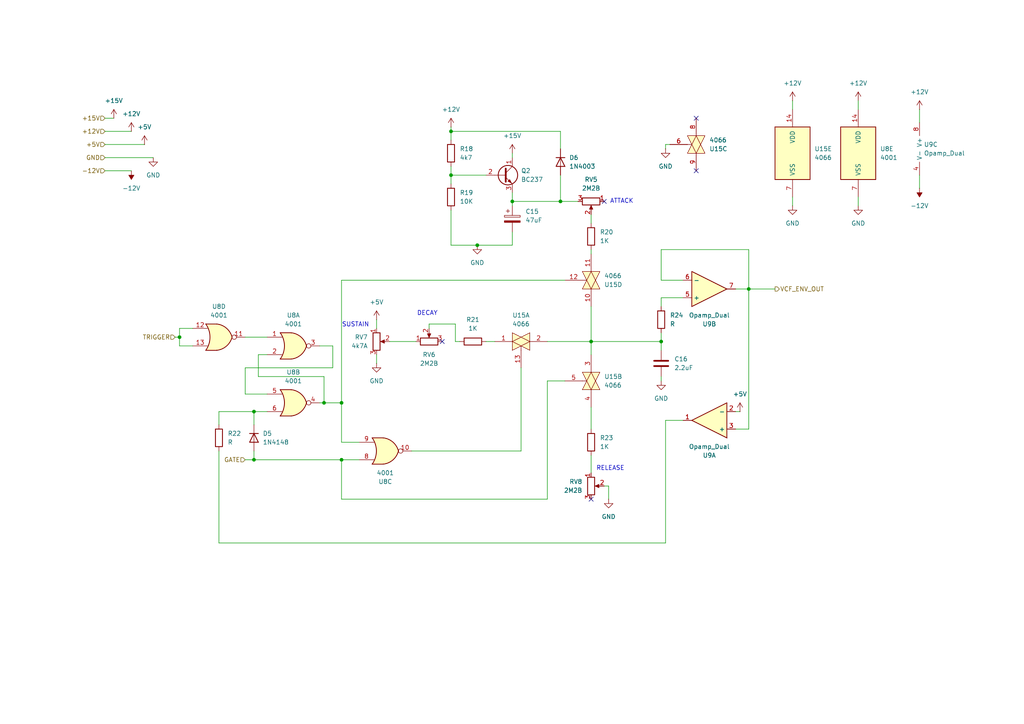
<source format=kicad_sch>
(kicad_sch (version 20250114) (generator "eeschema") (generator_version "9.0")
  (paper "A4")
  (lib_symbols
    (symbol "4xxx:4001" (pin_names (offset 1.016))
      (property "Reference" "U" (at 0 1.27 0))
      (property "Value" "4001" (at 0 -1.27 0))
      (symbol "4001_1_1"
        (arc (start -3.81 3.81) (mid -2.589 0) (end -3.81 -3.81) (stroke (width 0.254)))
        (polyline (pts (xy -3.81 3.81) (xy -0.635 3.81)) (stroke (width 0.254)) (fill (type background)))
        (polyline (pts (xy -3.81 -3.81) (xy -0.635 -3.81)) (stroke (width 0.254)) (fill (type background)))
        (arc (start 3.81 0) (mid 2.1855 -2.584) (end -0.6096 -3.81) (stroke (width 0.254)) (fill (type background)))
        (arc (start -0.6096 3.81) (mid 2.1928 2.5924) (end 3.81 0) (stroke (width 0.254)) (fill (type background)))
        (polyline (pts (xy -0.635 3.81) (xy -3.81 3.81) (xy -3.81 3.81) (xy -3.556 3.4036) (xy -3.0226 2.2606) (xy -2.6924 1.0414) (xy -2.6162 -0.254) (xy -2.7686 -1.4986) (xy -3.175 -2.7178) (xy -3.81 -3.81) (xy -3.81 -3.81) (xy -0.635 -3.81)) (stroke (width -25.4)) (fill (type background)))
        (pin input line (at -7.62 2.54 0) (length 4.318) (name "~") (number "1"))
        (pin input line (at -7.62 -2.54 0) (length 4.318) (name "~") (number "2"))
        (pin output inverted (at 7.62 0 180) (length 3.81) (name "~") (number "3"))
      )
      (symbol "4001_1_2"
        (arc (start 0 3.81) (mid 3.7934 0) (end 0 -3.81) (stroke (width 0.254)) (fill (type background)))
        (polyline (pts (xy 0 3.81) (xy -3.81 3.81) (xy -3.81 -3.81) (xy 0 -3.81)) (stroke (width 0.254)) (fill (type background)))
        (pin input inverted (at -7.62 2.54 0) (length 3.81) (name "~") (number "1"))
        (pin input inverted (at -7.62 -2.54 0) (length 3.81) (name "~") (number "2"))
        (pin output line (at 7.62 0 180) (length 3.81) (name "~") (number "3"))
      )
      (symbol "4001_2_1"
        (arc (start -3.81 3.81) (mid -2.589 0) (end -3.81 -3.81) (stroke (width 0.254)))
        (polyline (pts (xy -3.81 3.81) (xy -0.635 3.81)) (stroke (width 0.254)) (fill (type background)))
        (polyline (pts (xy -3.81 -3.81) (xy -0.635 -3.81)) (stroke (width 0.254)) (fill (type background)))
        (arc (start 3.81 0) (mid 2.1855 -2.584) (end -0.6096 -3.81) (stroke (width 0.254)) (fill (type background)))
        (arc (start -0.6096 3.81) (mid 2.1928 2.5924) (end 3.81 0) (stroke (width 0.254)) (fill (type background)))
        (polyline (pts (xy -0.635 3.81) (xy -3.81 3.81) (xy -3.81 3.81) (xy -3.556 3.4036) (xy -3.0226 2.2606) (xy -2.6924 1.0414) (xy -2.6162 -0.254) (xy -2.7686 -1.4986) (xy -3.175 -2.7178) (xy -3.81 -3.81) (xy -3.81 -3.81) (xy -0.635 -3.81)) (stroke (width -25.4)) (fill (type background)))
        (pin input line (at -7.62 2.54 0) (length 4.318) (name "~") (number "5"))
        (pin input line (at -7.62 -2.54 0) (length 4.318) (name "~") (number "6"))
        (pin output inverted (at 7.62 0 180) (length 3.81) (name "~") (number "4"))
      )
      (symbol "4001_2_2"
        (arc (start 0 3.81) (mid 3.7934 0) (end 0 -3.81) (stroke (width 0.254)) (fill (type background)))
        (polyline (pts (xy 0 3.81) (xy -3.81 3.81) (xy -3.81 -3.81) (xy 0 -3.81)) (stroke (width 0.254)) (fill (type background)))
        (pin input inverted (at -7.62 2.54 0) (length 3.81) (name "~") (number "5"))
        (pin input inverted (at -7.62 -2.54 0) (length 3.81) (name "~") (number "6"))
        (pin output line (at 7.62 0 180) (length 3.81) (name "~") (number "4"))
      )
      (symbol "4001_3_1"
        (arc (start -3.81 3.81) (mid -2.589 0) (end -3.81 -3.81) (stroke (width 0.254)))
        (polyline (pts (xy -3.81 3.81) (xy -0.635 3.81)) (stroke (width 0.254)) (fill (type background)))
        (polyline (pts (xy -3.81 -3.81) (xy -0.635 -3.81)) (stroke (width 0.254)) (fill (type background)))
        (arc (start 3.81 0) (mid 2.1855 -2.584) (end -0.6096 -3.81) (stroke (width 0.254)) (fill (type background)))
        (arc (start -0.6096 3.81) (mid 2.1928 2.5924) (end 3.81 0) (stroke (width 0.254)) (fill (type background)))
        (polyline (pts (xy -0.635 3.81) (xy -3.81 3.81) (xy -3.81 3.81) (xy -3.556 3.4036) (xy -3.0226 2.2606) (xy -2.6924 1.0414) (xy -2.6162 -0.254) (xy -2.7686 -1.4986) (xy -3.175 -2.7178) (xy -3.81 -3.81) (xy -3.81 -3.81) (xy -0.635 -3.81)) (stroke (width -25.4)) (fill (type background)))
        (pin input line (at -7.62 2.54 0) (length 4.318) (name "~") (number "8"))
        (pin input line (at -7.62 -2.54 0) (length 4.318) (name "~") (number "9"))
        (pin output inverted (at 7.62 0 180) (length 3.81) (name "~") (number "10"))
      )
      (symbol "4001_3_2"
        (arc (start 0 3.81) (mid 3.7934 0) (end 0 -3.81) (stroke (width 0.254)) (fill (type background)))
        (polyline (pts (xy 0 3.81) (xy -3.81 3.81) (xy -3.81 -3.81) (xy 0 -3.81)) (stroke (width 0.254)) (fill (type background)))
        (pin input inverted (at -7.62 2.54 0) (length 3.81) (name "~") (number "8"))
        (pin input inverted (at -7.62 -2.54 0) (length 3.81) (name "~") (number "9"))
        (pin output line (at 7.62 0 180) (length 3.81) (name "~") (number "10"))
      )
      (symbol "4001_4_1"
        (arc (start -3.81 3.81) (mid -2.589 0) (end -3.81 -3.81) (stroke (width 0.254)))
        (polyline (pts (xy -3.81 3.81) (xy -0.635 3.81)) (stroke (width 0.254)) (fill (type background)))
        (polyline (pts (xy -3.81 -3.81) (xy -0.635 -3.81)) (stroke (width 0.254)) (fill (type background)))
        (arc (start 3.81 0) (mid 2.1855 -2.584) (end -0.6096 -3.81) (stroke (width 0.254)) (fill (type background)))
        (arc (start -0.6096 3.81) (mid 2.1928 2.5924) (end 3.81 0) (stroke (width 0.254)) (fill (type background)))
        (polyline (pts (xy -0.635 3.81) (xy -3.81 3.81) (xy -3.81 3.81) (xy -3.556 3.4036) (xy -3.0226 2.2606) (xy -2.6924 1.0414) (xy -2.6162 -0.254) (xy -2.7686 -1.4986) (xy -3.175 -2.7178) (xy -3.81 -3.81) (xy -3.81 -3.81) (xy -0.635 -3.81)) (stroke (width -25.4)) (fill (type background)))
        (pin input line (at -7.62 2.54 0) (length 4.318) (name "~") (number "12"))
        (pin input line (at -7.62 -2.54 0) (length 4.318) (name "~") (number "13"))
        (pin output inverted (at 7.62 0 180) (length 3.81) (name "~") (number "11"))
      )
      (symbol "4001_4_2"
        (arc (start 0 3.81) (mid 3.7934 0) (end 0 -3.81) (stroke (width 0.254)) (fill (type background)))
        (polyline (pts (xy 0 3.81) (xy -3.81 3.81) (xy -3.81 -3.81) (xy 0 -3.81)) (stroke (width 0.254)) (fill (type background)))
        (pin input inverted (at -7.62 2.54 0) (length 3.81) (name "~") (number "12"))
        (pin input inverted (at -7.62 -2.54 0) (length 3.81) (name "~") (number "13"))
        (pin output line (at 7.62 0 180) (length 3.81) (name "~") (number "11"))
      )
      (symbol "4001_5_0"
        (pin power_in line (at 0 12.7 270) (length 5.08) (name "VDD") (number "14"))
        (pin power_in line (at 0 -12.7 90) (length 5.08) (name "VSS") (number "7"))
      )
      (symbol "4001_5_1"
        (rectangle (start -5.08 7.62) (end 5.08 -7.62) (stroke (width 0.254)) (fill (type background)))
      )
    )
    (symbol "4xxx:4066" (pin_names (offset 1.016))
      (property "Reference" "U" (at -7.62 8.89 0))
      (property "Value" "4066" (at -7.62 -8.89 0))
      (symbol "4066_1_0"
        (polyline (pts (xy -2.54 2.54) (xy 2.54 0) (xy -2.54 -2.54) (xy -2.54 2.54)) (fill (type background)))
        (polyline (pts (xy -2.54 0) (xy 2.54 2.54) (xy 2.54 -2.54) (xy -2.54 0)) (fill (type background)))
        (polyline (pts (xy 0 1.27) (xy 0 2.54)) (stroke (width 0.1524)))
        (pin passive line (at -7.62 0 0) (length 5.08) (name "~") (number "1"))
        (pin input line (at 0 7.62 270) (length 5.08) (name "~") (number "13"))
        (pin passive line (at 7.62 0 180) (length 5.08) (name "~") (number "2"))
      )
      (symbol "4066_2_0"
        (polyline (pts (xy -2.54 2.54) (xy 2.54 0) (xy -2.54 -2.54) (xy -2.54 2.54)) (fill (type background)))
        (polyline (pts (xy -2.54 0) (xy 2.54 2.54) (xy 2.54 -2.54) (xy -2.54 0)) (fill (type background)))
        (polyline (pts (xy 0 1.27) (xy 0 2.54)) (stroke (width 0.1524)))
        (pin passive line (at -7.62 0 0) (length 5.08) (name "~") (number "4"))
        (pin input line (at 0 7.62 270) (length 5.08) (name "~") (number "5"))
        (pin passive line (at 7.62 0 180) (length 5.08) (name "~") (number "3"))
      )
      (symbol "4066_3_0"
        (polyline (pts (xy -2.54 2.54) (xy 2.54 0) (xy -2.54 -2.54) (xy -2.54 2.54)) (fill (type background)))
        (polyline (pts (xy -2.54 0) (xy 2.54 2.54) (xy 2.54 -2.54) (xy -2.54 0)) (fill (type background)))
        (polyline (pts (xy 0 1.27) (xy 0 2.54)) (stroke (width 0.1524)))
        (pin passive line (at -7.62 0 0) (length 5.08) (name "~") (number "8"))
        (pin input line (at 0 7.62 270) (length 5.08) (name "~") (number "6"))
        (pin passive line (at 7.62 0 180) (length 5.08) (name "~") (number "9"))
      )
      (symbol "4066_4_0"
        (polyline (pts (xy -2.54 2.54) (xy 2.54 0) (xy -2.54 -2.54) (xy -2.54 2.54)) (fill (type background)))
        (polyline (pts (xy -2.54 0) (xy 2.54 2.54) (xy 2.54 -2.54) (xy -2.54 0)) (fill (type background)))
        (polyline (pts (xy 0 1.27) (xy 0 2.54)) (stroke (width 0.1524)))
        (pin passive line (at -7.62 0 0) (length 5.08) (name "~") (number "11"))
        (pin input line (at 0 7.62 270) (length 5.08) (name "~") (number "12"))
        (pin passive line (at 7.62 0 180) (length 5.08) (name "~") (number "10"))
      )
      (symbol "4066_5_0"
        (pin power_in line (at 0 12.7 270) (length 5.08) (name "VDD") (number "14"))
        (pin power_in line (at 0 -12.7 90) (length 5.08) (name "VSS") (number "7"))
      )
      (symbol "4066_5_1"
        (rectangle (start -5.08 7.62) (end 5.08 -7.62) (stroke (width 0.254)) (fill (type background)))
      )
    )
    (symbol "Device:C" (pin_numbers (hide yes)) (pin_names (offset 0.254))
      (property "Reference" "C" (at 0.635 2.54 0))
      (property "Value" "C" (at 0.635 -2.54 0))
      (symbol "C_0_1"
        (polyline (pts (xy -2.032 0.762) (xy 2.032 0.762)) (stroke (width 0.508)))
        (polyline (pts (xy -2.032 -0.762) (xy 2.032 -0.762)) (stroke (width 0.508)))
      )
      (symbol "C_1_1"
        (pin passive line (at 0 3.81 270) (length 2.794) (name "~") (number "1"))
        (pin passive line (at 0 -3.81 90) (length 2.794) (name "~") (number "2"))
      )
    )
    (symbol "Device:C_Polarized" (pin_numbers (hide yes)) (pin_names (offset 0.254))
      (property "Reference" "C" (at 0.635 2.54 0))
      (property "Value" "C_Polarized" (at 0.635 -2.54 0))
      (symbol "C_Polarized_0_1"
        (rectangle (start -2.286 0.508) (end 2.286 1.016))
        (polyline (pts (xy -1.778 2.286) (xy -0.762 2.286)))
        (polyline (pts (xy -1.27 2.794) (xy -1.27 1.778)))
        (rectangle (start 2.286 -0.508) (end -2.286 -1.016) (fill (type outline)))
      )
      (symbol "C_Polarized_1_1"
        (pin passive line (at 0 3.81 270) (length 2.794) (name "~") (number "1"))
        (pin passive line (at 0 -3.81 90) (length 2.794) (name "~") (number "2"))
      )
    )
    (symbol "Device:Opamp_Dual"
      (property "Reference" "U" (at 0 5.08 0))
      (property "Value" "Opamp_Dual" (at 0 -5.08 0))
      (symbol "Opamp_Dual_1_1"
        (polyline (pts (xy -5.08 5.08) (xy 5.08 0) (xy -5.08 -5.08) (xy -5.08 5.08)) (stroke (width 0.254)) (fill (type background)))
        (pin input line (at -7.62 2.54 0) (length 2.54) (name "+") (number "3"))
        (pin input line (at -7.62 -2.54 0) (length 2.54) (name "-") (number "2"))
        (pin output line (at 7.62 0 180) (length 2.54) (name "~") (number "1"))
      )
      (symbol "Opamp_Dual_2_1"
        (polyline (pts (xy -5.08 5.08) (xy 5.08 0) (xy -5.08 -5.08) (xy -5.08 5.08)) (stroke (width 0.254)) (fill (type background)))
        (pin input line (at -7.62 2.54 0) (length 2.54) (name "+") (number "5"))
        (pin input line (at -7.62 -2.54 0) (length 2.54) (name "-") (number "6"))
        (pin output line (at 7.62 0 180) (length 2.54) (name "~") (number "7"))
      )
      (symbol "Opamp_Dual_3_1"
        (pin power_in line (at -2.54 7.62 270) (length 3.81) (name "V+") (number "8"))
        (pin power_in line (at -2.54 -7.62 90) (length 3.81) (name "V-") (number "4"))
      )
    )
    (symbol "Device:R" (pin_numbers (hide yes)) (pin_names (offset 0))
      (property "Reference" "R" (at 2.032 0 90))
      (property "Value" "R" (at 0 0 90))
      (symbol "R_0_1"
        (rectangle (start -1.016 -2.54) (end 1.016 2.54) (stroke (width 0.254)))
      )
      (symbol "R_1_1"
        (pin passive line (at 0 3.81 270) (length 1.27) (name "~") (number "1"))
        (pin passive line (at 0 -3.81 90) (length 1.27) (name "~") (number "2"))
      )
    )
    (symbol "Device:R_Potentiometer" (pin_names (offset 1.016) (hide yes))
      (property "Reference" "RV" (at -4.445 0 90))
      (property "Value" "R_Potentiometer" (at -2.54 0 90))
      (symbol "R_Potentiometer_0_1"
        (rectangle (start 1.016 2.54) (end -1.016 -2.54) (stroke (width 0.254)))
        (polyline (pts (xy 1.143 0) (xy 2.286 0.508) (xy 2.286 -0.508) (xy 1.143 0)) (fill (type outline)))
        (polyline (pts (xy 2.54 0) (xy 1.524 0)))
      )
      (symbol "R_Potentiometer_1_1"
        (pin passive line (at 0 3.81 270) (length 1.27) (name "1") (number "1"))
        (pin passive line (at 0 -3.81 90) (length 1.27) (name "3") (number "3"))
        (pin passive line (at 3.81 0 180) (length 1.27) (name "2") (number "2"))
      )
    )
    (symbol "Diode:1N4003" (pin_numbers (hide yes)) (pin_names (hide yes))
      (property "Reference" "D" (at 0 2.54 0))
      (property "Value" "1N4003" (at 0 -2.54 0))
      (symbol "1N4003_0_1"
        (polyline (pts (xy -1.27 1.27) (xy -1.27 -1.27)) (stroke (width 0.254)))
        (polyline (pts (xy 1.27 1.27) (xy 1.27 -1.27) (xy -1.27 0) (xy 1.27 1.27)) (stroke (width 0.254)))
        (polyline (pts (xy 1.27 0) (xy -1.27 0)))
      )
      (symbol "1N4003_1_1"
        (pin passive line (at -3.81 0 0) (length 2.54) (name "K") (number "1"))
        (pin passive line (at 3.81 0 180) (length 2.54) (name "A") (number "2"))
      )
    )
    (symbol "Diode:1N4148" (pin_numbers (hide yes)) (pin_names (hide yes))
      (property "Reference" "D" (at 0 2.54 0))
      (property "Value" "1N4148" (at 0 -2.54 0))
      (symbol "1N4148_0_1"
        (polyline (pts (xy -1.27 1.27) (xy -1.27 -1.27)) (stroke (width 0.254)))
        (polyline (pts (xy 1.27 1.27) (xy 1.27 -1.27) (xy -1.27 0) (xy 1.27 1.27)) (stroke (width 0.254)))
        (polyline (pts (xy 1.27 0) (xy -1.27 0)))
      )
      (symbol "1N4148_1_1"
        (pin passive line (at -3.81 0 0) (length 2.54) (name "K") (number "1"))
        (pin passive line (at 3.81 0 180) (length 2.54) (name "A") (number "2"))
      )
    )
    (symbol "Transistor_BJT:BC237" (pin_names (offset 0) (hide yes))
      (property "Reference" "Q" (at 5.08 1.905 0))
      (property "Value" "BC237" (at 5.08 0 0))
      (symbol "BC237_0_1"
        (polyline (pts (xy -2.54 0) (xy 0.635 0)))
        (polyline (pts (xy 0.635 1.905) (xy 0.635 -1.905)) (stroke (width 0.508)))
        (circle (center 1.27 0) (radius 2.8194) (stroke (width 0.254)))
      )
      (symbol "BC237_1_1"
        (polyline (pts (xy 0.635 0.635) (xy 2.54 2.54)))
        (polyline (pts (xy 0.635 -0.635) (xy 2.54 -2.54)))
        (polyline (pts (xy 1.27 -1.778) (xy 1.778 -1.27) (xy 2.286 -2.286) (xy 1.27 -1.778)) (fill (type outline)))
        (pin input line (at -5.08 0 0) (length 2.54) (name "B") (number "2"))
        (pin passive line (at 2.54 5.08 270) (length 2.54) (name "C") (number "1"))
        (pin passive line (at 2.54 -5.08 90) (length 2.54) (name "E") (number "3"))
      )
    )
    (symbol "power:+12V" (power) (pin_numbers (hide yes)) (pin_names (offset 0) (hide yes))
      (property "Value" "+12V" (at 0 3.556 0))
      (symbol "+12V_0_1"
        (polyline (pts (xy -0.762 1.27) (xy 0 2.54)))
        (polyline (pts (xy 0 2.54) (xy 0.762 1.27)))
        (polyline (pts (xy 0 0) (xy 0 2.54)))
      )
      (symbol "+12V_1_1"
        (pin power_in line (at 0 0 90) (length 0) (name "~") (number "1"))
      )
    )
    (symbol "power:+15V" (power) (pin_numbers (hide yes)) (pin_names (offset 0) (hide yes))
      (property "Value" "+15V" (at 0 3.556 0))
      (symbol "+15V_0_1"
        (polyline (pts (xy -0.762 1.27) (xy 0 2.54)))
        (polyline (pts (xy 0 2.54) (xy 0.762 1.27)))
        (polyline (pts (xy 0 0) (xy 0 2.54)))
      )
      (symbol "+15V_1_1"
        (pin power_in line (at 0 0 90) (length 0) (name "~") (number "1"))
      )
    )
    (symbol "power:+5V" (power) (pin_numbers (hide yes)) (pin_names (offset 0) (hide yes))
      (property "Value" "+5V" (at 0 3.556 0))
      (symbol "+5V_0_1"
        (polyline (pts (xy -0.762 1.27) (xy 0 2.54)))
        (polyline (pts (xy 0 2.54) (xy 0.762 1.27)))
        (polyline (pts (xy 0 0) (xy 0 2.54)))
      )
      (symbol "+5V_1_1"
        (pin power_in line (at 0 0 90) (length 0) (name "~") (number "1"))
      )
    )
    (symbol "power:-12V" (power) (pin_numbers (hide yes)) (pin_names (offset 0) (hide yes))
      (property "Value" "-12V" (at 0 3.556 0))
      (symbol "-12V_0_0"
        (pin power_in line (at 0 0 90) (length 0) (name "~") (number "1"))
      )
      (symbol "-12V_0_1"
        (polyline (pts (xy 0 0) (xy 0 1.27) (xy 0.762 1.27) (xy 0 2.54) (xy -0.762 1.27) (xy 0 1.27)) (fill (type outline)))
      )
    )
    (symbol "power:GND" (power) (pin_numbers (hide yes)) (pin_names (offset 0) (hide yes))
      (property "Value" "GND" (at 0 -3.81 0))
      (symbol "GND_0_1"
        (polyline (pts (xy 0 0) (xy 0 -1.27) (xy 1.27 -1.27) (xy 0 -2.54) (xy -1.27 -1.27) (xy 0 -1.27)))
      )
      (symbol "GND_1_1"
        (pin power_in line (at 0 0 270) (length 0) (name "~") (number "1"))
      )
    )
  )
  (text "DECAY" (at 123.952 90.932 0) (effects (font (size 1.27 1.27))))
  (text "RELEASE" (at 177.038 135.89 0) (effects (font (size 1.27 1.27))))
  (text "SUSTAIN" (at 103.124 94.234 0) (effects (font (size 1.27 1.27))))
  (text "ATTACK" (at 180.34 58.42 0) (effects (font (size 1.27 1.27))))
  (junction (at 148.59 58.42))
  (junction (at 130.81 38.1))
  (junction (at 171.45 99.06))
  (junction (at 99.06 133.35))
  (junction (at 138.43 71.12))
  (junction (at 52.07 97.79))
  (junction (at 99.06 116.84))
  (junction (at 73.66 133.35))
  (junction (at 162.56 58.42))
  (junction (at 217.17 83.82))
  (junction (at 93.98 116.84))
  (junction (at 130.81 50.8))
  (junction (at 73.66 119.38))
  (junction (at 191.77 99.06))
  (no_connect (at 171.45 144.78))
  (no_connect (at 201.93 34.29))
  (no_connect (at 128.27 99.06))
  (no_connect (at 201.93 49.53))
  (no_connect (at 175.26 58.42))
  (wire (pts (xy 193.04 157.48) (xy 193.04 121.92)))
  (wire (pts (xy 52.07 100.33) (xy 52.07 97.79)))
  (wire (pts (xy 96.52 100.33) (xy 92.71 100.33)))
  (wire (pts (xy 50.8 97.79) (xy 52.07 97.79)))
  (wire (pts (xy 191.77 86.36) (xy 191.77 88.9)))
  (wire (pts (xy 74.93 102.87) (xy 77.47 102.87)))
  (wire (pts (xy 171.45 72.39) (xy 171.45 73.66)))
  (wire (pts (xy 63.5 119.38) (xy 73.66 119.38)))
  (wire (pts (xy 217.17 124.46) (xy 217.17 83.82)))
  (wire (pts (xy 198.12 81.28) (xy 191.77 81.28)))
  (wire (pts (xy 93.98 116.84) (xy 99.06 116.84)))
  (wire (pts (xy 162.56 58.42) (xy 162.56 50.8)))
  (wire (pts (xy 158.75 99.06) (xy 171.45 99.06)))
  (wire (pts (xy 96.52 106.68) (xy 96.52 100.33)))
  (wire (pts (xy 158.75 110.49) (xy 163.83 110.49)))
  (wire (pts (xy 92.71 116.84) (xy 93.98 116.84)))
  (wire (pts (xy 63.5 157.48) (xy 193.04 157.48)))
  (wire (pts (xy 248.92 29.21) (xy 248.92 31.75)))
  (wire (pts (xy 162.56 38.1) (xy 130.81 38.1)))
  (wire (pts (xy 63.5 123.19) (xy 63.5 119.38)))
  (wire (pts (xy 74.93 109.22) (xy 74.93 102.87)))
  (wire (pts (xy 193.04 121.92) (xy 198.12 121.92)))
  (wire (pts (xy 213.36 119.38) (xy 214.63 119.38)))
  (wire (pts (xy 213.36 83.82) (xy 217.17 83.82)))
  (wire (pts (xy 148.59 55.88) (xy 148.59 58.42)))
  (wire (pts (xy 132.08 93.98) (xy 132.08 99.06)))
  (wire (pts (xy 229.87 57.15) (xy 229.87 59.69)))
  (wire (pts (xy 130.81 48.26) (xy 130.81 50.8)))
  (wire (pts (xy 30.48 38.1) (xy 38.1 38.1)))
  (wire (pts (xy 130.81 71.12) (xy 138.43 71.12)))
  (wire (pts (xy 158.75 144.78) (xy 158.75 110.49)))
  (wire (pts (xy 104.14 133.35) (xy 99.06 133.35)))
  (wire (pts (xy 73.66 119.38) (xy 73.66 123.19)))
  (wire (pts (xy 191.77 72.39) (xy 217.17 72.39)))
  (wire (pts (xy 130.81 36.83) (xy 130.81 38.1)))
  (wire (pts (xy 93.98 116.84) (xy 93.98 109.22)))
  (wire (pts (xy 130.81 38.1) (xy 130.81 40.64)))
  (wire (pts (xy 99.06 81.28) (xy 99.06 116.84)))
  (wire (pts (xy 191.77 81.28) (xy 191.77 72.39)))
  (wire (pts (xy 71.12 97.79) (xy 77.47 97.79)))
  (wire (pts (xy 151.13 130.81) (xy 151.13 106.68)))
  (wire (pts (xy 138.43 71.12) (xy 148.59 71.12)))
  (wire (pts (xy 193.04 41.91) (xy 194.31 41.91)))
  (wire (pts (xy 217.17 83.82) (xy 224.79 83.82)))
  (wire (pts (xy 167.64 58.42) (xy 162.56 58.42)))
  (wire (pts (xy 191.77 109.22) (xy 191.77 110.49)))
  (wire (pts (xy 71.12 114.3) (xy 71.12 106.68)))
  (wire (pts (xy 171.45 132.08) (xy 171.45 137.16)))
  (wire (pts (xy 171.45 99.06) (xy 171.45 102.87)))
  (wire (pts (xy 148.59 58.42) (xy 148.59 59.69)))
  (wire (pts (xy 132.08 99.06) (xy 133.35 99.06)))
  (wire (pts (xy 104.14 128.27) (xy 99.06 128.27)))
  (wire (pts (xy 124.46 93.98) (xy 132.08 93.98)))
  (wire (pts (xy 109.22 92.71) (xy 109.22 95.25)))
  (wire (pts (xy 213.36 124.46) (xy 217.17 124.46)))
  (wire (pts (xy 93.98 109.22) (xy 74.93 109.22)))
  (wire (pts (xy 217.17 72.39) (xy 217.17 83.82)))
  (wire (pts (xy 99.06 133.35) (xy 99.06 144.78)))
  (wire (pts (xy 124.46 95.25) (xy 124.46 93.98)))
  (wire (pts (xy 130.81 60.96) (xy 130.81 71.12)))
  (wire (pts (xy 71.12 133.35) (xy 73.66 133.35)))
  (wire (pts (xy 171.45 62.23) (xy 171.45 64.77)))
  (wire (pts (xy 119.38 130.81) (xy 151.13 130.81)))
  (wire (pts (xy 191.77 99.06) (xy 191.77 101.6)))
  (wire (pts (xy 266.7 50.8) (xy 266.7 54.61)))
  (wire (pts (xy 63.5 130.81) (xy 63.5 157.48)))
  (wire (pts (xy 162.56 43.18) (xy 162.56 38.1)))
  (wire (pts (xy 171.45 99.06) (xy 191.77 99.06)))
  (wire (pts (xy 130.81 50.8) (xy 130.81 53.34)))
  (wire (pts (xy 73.66 119.38) (xy 77.47 119.38)))
  (wire (pts (xy 148.59 58.42) (xy 162.56 58.42)))
  (wire (pts (xy 140.97 99.06) (xy 143.51 99.06)))
  (wire (pts (xy 30.48 49.53) (xy 38.1 49.53)))
  (wire (pts (xy 130.81 50.8) (xy 140.97 50.8)))
  (wire (pts (xy 171.45 118.11) (xy 171.45 124.46)))
  (wire (pts (xy 30.48 41.91) (xy 41.91 41.91)))
  (wire (pts (xy 55.88 100.33) (xy 52.07 100.33)))
  (wire (pts (xy 248.92 57.15) (xy 248.92 59.69)))
  (wire (pts (xy 52.07 95.25) (xy 55.88 95.25)))
  (wire (pts (xy 176.53 140.97) (xy 175.26 140.97)))
  (wire (pts (xy 171.45 88.9) (xy 171.45 99.06)))
  (wire (pts (xy 229.87 29.21) (xy 229.87 31.75)))
  (wire (pts (xy 109.22 102.87) (xy 109.22 105.41)))
  (wire (pts (xy 191.77 96.52) (xy 191.77 99.06)))
  (wire (pts (xy 77.47 114.3) (xy 71.12 114.3)))
  (wire (pts (xy 113.03 99.06) (xy 120.65 99.06)))
  (wire (pts (xy 176.53 144.78) (xy 176.53 140.97)))
  (wire (pts (xy 163.83 81.28) (xy 99.06 81.28)))
  (wire (pts (xy 73.66 130.81) (xy 73.66 133.35)))
  (wire (pts (xy 193.04 43.18) (xy 193.04 41.91)))
  (wire (pts (xy 30.48 34.29) (xy 33.02 34.29)))
  (wire (pts (xy 148.59 44.45) (xy 148.59 45.72)))
  (wire (pts (xy 73.66 133.35) (xy 99.06 133.35)))
  (wire (pts (xy 52.07 97.79) (xy 52.07 95.25)))
  (wire (pts (xy 99.06 116.84) (xy 99.06 128.27)))
  (wire (pts (xy 198.12 86.36) (xy 191.77 86.36)))
  (wire (pts (xy 71.12 106.68) (xy 96.52 106.68)))
  (wire (pts (xy 266.7 31.75) (xy 266.7 35.56)))
  (wire (pts (xy 30.48 45.72) (xy 44.45 45.72)))
  (wire (pts (xy 148.59 71.12) (xy 148.59 67.31)))
  (wire (pts (xy 99.06 144.78) (xy 158.75 144.78)))
  (hierarchical_label "VCF_ENV_OUT" (shape output) (at 224.79 83.82 0))
  (hierarchical_label "+12V" (shape input) (at 30.48 38.1 180))
  (hierarchical_label "TRIGGER" (shape input) (at 50.8 97.79 180))
  (hierarchical_label "GATE" (shape input) (at 71.12 133.35 180))
  (hierarchical_label "-12V" (shape input) (at 30.48 49.53 180))
  (hierarchical_label "GND" (shape input) (at 30.48 45.72 180))
  (hierarchical_label "+5V" (shape input) (at 30.48 41.91 180))
  (hierarchical_label "+15V" (shape input) (at 30.48 34.29 180))
  (symbol (lib_id "Device:R") (at 130.81 57.15 0) (unit 1)
    (property "Reference" "R19" (at 133.35 55.8799 0) (effects (justify left)))
    (property "Value" "10K" (at 133.35 58.4199 0) (effects (justify left)))
    (property "Description" "Resistor" (effects (hide yes)))
  )
  (symbol (lib_id "Device:R") (at 63.5 127 0) (unit 1)
    (property "Reference" "R22" (at 66.04 125.7299 0) (effects (justify left)))
    (property "Value" "R" (at 66.04 128.2699 0) (effects (justify left)))
    (property "Description" "Resistor" (effects (hide yes)))
  )
  (symbol (lib_id "power:+15V") (at 148.59 44.45 0) (unit 1)
    (property "Reference" "#PWR046" (effects (hide yes)))
    (property "Value" "+15V" (at 148.59 39.37 0))
    (property "Description" "Power symbol creates a global label with name \"+15V\"" (effects (hide yes)))
  )
  (symbol (lib_id "power:-12V") (at 38.1 49.53 180) (unit 1)
    (property "Reference" "#PWR044" (effects (hide yes)))
    (property "Value" "-12V" (at 38.1 54.61 0))
    (property "Description" "Power symbol creates a global label with name \"-12V\"" (effects (hide yes)))
  )
  (symbol (lib_id "Device:R") (at 130.81 44.45 0) (unit 1)
    (property "Reference" "R18" (at 133.35 43.1799 0) (effects (justify left)))
    (property "Value" "4k7" (at 133.35 45.7199 0) (effects (justify left)))
    (property "Description" "Resistor" (effects (hide yes)))
  )
  (symbol (lib_id "power:GND") (at 191.77 110.49 0) (unit 1)
    (property "Reference" "#PWR051" (effects (hide yes)))
    (property "Value" "GND" (at 191.77 115.57 0))
    (property "Description" "Power symbol creates a global label with name \"GND\" , ground" (effects (hide yes)))
  )
  (symbol (lib_id "power:GND") (at 176.53 144.78 0) (unit 1)
    (property "Reference" "#PWR052" (effects (hide yes)))
    (property "Value" "GND" (at 176.53 149.86 0))
    (property "Description" "Power symbol creates a global label with name \"GND\" , ground" (effects (hide yes)))
  )
  (symbol (lib_id "power:GND") (at 44.45 45.72 0) (unit 1)
    (property "Reference" "#PWR047" (effects (hide yes)))
    (property "Value" "GND" (at 44.45 50.8 0))
    (property "Description" "Power symbol creates a global label with name \"GND\" , ground" (effects (hide yes)))
  )
  (symbol (lib_id "Device:Opamp_Dual") (at 205.74 83.82 0) (mirror x) (unit 2)
    (property "Reference" "U9" (at 205.74 93.98 0))
    (property "Value" "Opamp_Dual" (at 205.74 91.44 0))
    (property "Description" "Dual operational amplifier" (effects (hide yes)))
    (property "Sim.Library" "${KICAD9_SYMBOL_DIR}/Simulation_SPICE.sp" (effects (hide yes)))
    (property "Sim.Name" "kicad_builtin_opamp_dual" (effects (hide yes)))
    (property "Sim.Device" "SUBCKT" (effects (hide yes)))
    (property "Sim.Pins" "1=out1 2=in1- 3=in1+ 4=vee 5=in2+ 6=in2- 7=out2 8=vcc" (effects (hide yes)))
  )
  (symbol (lib_id "4xxx:4066") (at 171.45 110.49 90) (unit 2)
    (property "Reference" "U15" (at 175.26 109.2199 90) (effects (justify right)))
    (property "Value" "4066" (at 175.26 111.7599 90) (effects (justify right)))
    (property "Datasheet" "http://www.ti.com/lit/ds/symlink/cd4066b.pdf" (effects (hide yes)))
    (property "Description" "Quad Analog Switches" (effects (hide yes)))
  )
  (symbol (lib_id "power:GND") (at 248.92 59.69 0) (unit 1)
    (property "Reference" "#PWR059" (effects (hide yes)))
    (property "Value" "GND" (at 248.92 64.77 0))
    (property "Description" "Power symbol creates a global label with name \"GND\" , ground" (effects (hide yes)))
  )
  (symbol (lib_id "4xxx:4066") (at 201.93 41.91 90) (mirror x) (unit 3)
    (property "Reference" "U15" (at 205.74 43.1801 90) (effects (justify right)))
    (property "Value" "4066" (at 205.74 40.6401 90) (effects (justify right)))
    (property "Datasheet" "http://www.ti.com/lit/ds/symlink/cd4066b.pdf" (effects (hide yes)))
    (property "Description" "Quad Analog Switches" (effects (hide yes)))
  )
  (symbol (lib_id "Device:C") (at 191.77 105.41 180) (unit 1)
    (property "Reference" "C16" (at 195.58 104.1399 0) (effects (justify right)))
    (property "Value" "2.2uF" (at 195.58 106.6799 0) (effects (justify right)))
    (property "Description" "Unpolarized capacitor" (effects (hide yes)))
  )
  (symbol (lib_id "power:+15V") (at 33.02 34.29 0) (unit 1)
    (property "Reference" "#PWR042" (effects (hide yes)))
    (property "Value" "+15V" (at 33.02 29.21 0))
    (property "Description" "Power symbol creates a global label with name \"+15V\"" (effects (hide yes)))
  )
  (symbol (lib_id "power:GND") (at 229.87 59.69 0) (unit 1)
    (property "Reference" "#PWR058" (effects (hide yes)))
    (property "Value" "GND" (at 229.87 64.77 0))
    (property "Description" "Power symbol creates a global label with name \"GND\" , ground" (effects (hide yes)))
  )
  (symbol (lib_id "power:GND") (at 109.22 105.41 0) (unit 1)
    (property "Reference" "#PWR055" (effects (hide yes)))
    (property "Value" "GND" (at 109.22 110.49 0))
    (property "Description" "Power symbol creates a global label with name \"GND\" , ground" (effects (hide yes)))
  )
  (symbol (lib_id "power:+5V") (at 214.63 119.38 0) (unit 1)
    (property "Reference" "#PWR053" (effects (hide yes)))
    (property "Value" "+5V" (at 214.63 114.3 0))
    (property "Description" "Power symbol creates a global label with name \"+5V\"" (effects (hide yes)))
  )
  (symbol (lib_id "Device:R") (at 137.16 99.06 90) (unit 1)
    (property "Reference" "R21" (at 137.16 92.71 90))
    (property "Value" "1K" (at 137.16 95.25 90))
    (property "Description" "Resistor" (effects (hide yes)))
  )
  (symbol (lib_id "4xxx:4066") (at 151.13 99.06 0) (mirror x) (unit 1)
    (property "Reference" "U15" (at 151.13 91.44 0))
    (property "Value" "4066" (at 151.13 93.98 0))
    (property "Datasheet" "http://www.ti.com/lit/ds/symlink/cd4066b.pdf" (effects (hide yes)))
    (property "Description" "Quad Analog Switches" (effects (hide yes)))
  )
  (symbol (lib_id "Device:R_Potentiometer") (at 171.45 58.42 270) (unit 1)
    (property "Reference" "RV5" (at 171.45 52.07 90))
    (property "Value" "2M2B" (at 171.45 54.61 90))
    (property "Description" "Potentiometer" (effects (hide yes)))
  )
  (symbol (lib_id "power:-12V") (at 266.7 54.61 180) (unit 1)
    (property "Reference" "#PWR057" (effects (hide yes)))
    (property "Value" "-12V" (at 266.7 59.69 0))
    (property "Description" "Power symbol creates a global label with name \"-12V\"" (effects (hide yes)))
  )
  (symbol (lib_id "power:GND") (at 138.43 71.12 0) (unit 1)
    (property "Reference" "#PWR049" (effects (hide yes)))
    (property "Value" "GND" (at 138.43 76.2 0))
    (property "Description" "Power symbol creates a global label with name \"GND\" , ground" (effects (hide yes)))
  )
  (symbol (lib_id "Device:R") (at 191.77 92.71 0) (unit 1)
    (property "Reference" "R24" (at 194.31 91.4399 0) (effects (justify left)))
    (property "Value" "R" (at 194.31 93.9799 0) (effects (justify left)))
    (property "Description" "Resistor" (effects (hide yes)))
  )
  (symbol (lib_id "Diode:1N4148") (at 73.66 127 270) (unit 1)
    (property "Reference" "D5" (at 76.2 125.7299 90) (effects (justify left)))
    (property "Value" "1N4148" (at 76.2 128.2699 90) (effects (justify left)))
    (property "Footprint" "Diode_THT:D_DO-35_SOD27_P7.62mm_Horizontal" (effects (hide yes)))
    (property "Datasheet" "https://assets.nexperia.com/documents/data-sheet/1N4148_1N4448.pdf" (effects (hide yes)))
    (property "Description" "100V 0.15A standard switching diode, DO-35" (effects (hide yes)))
    (property "Sim.Device" "D" (effects (hide yes)))
    (property "Sim.Pins" "1=K 2=A" (effects (hide yes)))
  )
  (symbol (lib_id "4xxx:4066") (at 229.87 44.45 0) (unit 5)
    (property "Reference" "U15" (at 236.22 43.1799 0) (effects (justify left)))
    (property "Value" "4066" (at 236.22 45.7199 0) (effects (justify left)))
    (property "Datasheet" "http://www.ti.com/lit/ds/symlink/cd4066b.pdf" (effects (hide yes)))
    (property "Description" "Quad Analog Switches" (effects (hide yes)))
  )
  (symbol (lib_id "Device:R_Potentiometer") (at 124.46 99.06 90) (unit 1)
    (property "Reference" "RV6" (at 124.46 102.87 90))
    (property "Value" "2M2B" (at 124.46 105.41 90))
    (property "Description" "Potentiometer" (effects (hide yes)))
  )
  (symbol (lib_id "power:+12V") (at 130.81 36.83 0) (unit 1)
    (property "Reference" "#PWR048" (effects (hide yes)))
    (property "Value" "+12V" (at 130.81 31.75 0))
    (property "Description" "Power symbol creates a global label with name \"+12V\"" (effects (hide yes)))
  )
  (symbol (lib_id "Device:Opamp_Dual") (at 205.74 121.92 180) (unit 1)
    (property "Reference" "U9" (at 205.74 132.08 0))
    (property "Value" "Opamp_Dual" (at 205.74 129.54 0))
    (property "Description" "Dual operational amplifier" (effects (hide yes)))
    (property "Sim.Library" "${KICAD9_SYMBOL_DIR}/Simulation_SPICE.sp" (effects (hide yes)))
    (property "Sim.Name" "kicad_builtin_opamp_dual" (effects (hide yes)))
    (property "Sim.Device" "SUBCKT" (effects (hide yes)))
    (property "Sim.Pins" "1=out1 2=in1- 3=in1+ 4=vee 5=in2+ 6=in2- 7=out2 8=vcc" (effects (hide yes)))
  )
  (symbol (lib_id "Device:C_Polarized") (at 148.59 63.5 0) (unit 1)
    (property "Reference" "C15" (at 152.4 61.3409 0) (effects (justify left)))
    (property "Value" "47uF" (at 152.4 63.8809 0) (effects (justify left)))
    (property "Description" "Polarized capacitor" (effects (hide yes)))
  )
  (symbol (lib_id "power:+12V") (at 229.87 29.21 0) (unit 1)
    (property "Reference" "#PWR060" (effects (hide yes)))
    (property "Value" "+12V" (at 229.87 24.13 0))
    (property "Description" "Power symbol creates a global label with name \"+12V\"" (effects (hide yes)))
  )
  (symbol (lib_id "Diode:1N4003") (at 162.56 46.99 270) (unit 1)
    (property "Reference" "D6" (at 165.1 45.7199 90) (effects (justify left)))
    (property "Value" "1N4003" (at 165.1 48.2599 90) (effects (justify left)))
    (property "Footprint" "Diode_THT:D_DO-41_SOD81_P10.16mm_Horizontal" (effects (hide yes)))
    (property "Datasheet" "http://www.vishay.com/docs/88503/1n4001.pdf" (effects (hide yes)))
    (property "Description" "200V 1A General Purpose Rectifier Diode, DO-41" (effects (hide yes)))
    (property "Sim.Device" "D" (effects (hide yes)))
    (property "Sim.Pins" "1=K 2=A" (effects (hide yes)))
  )
  (symbol (lib_id "Device:Opamp_Dual") (at 269.24 43.18 0) (unit 3)
    (property "Reference" "U9" (at 267.97 41.9099 0) (effects (justify left)))
    (property "Value" "Opamp_Dual" (at 267.97 44.4499 0) (effects (justify left)))
    (property "Description" "Dual operational amplifier" (effects (hide yes)))
    (property "Sim.Library" "${KICAD9_SYMBOL_DIR}/Simulation_SPICE.sp" (effects (hide yes)))
    (property "Sim.Name" "kicad_builtin_opamp_dual" (effects (hide yes)))
    (property "Sim.Device" "SUBCKT" (effects (hide yes)))
    (property "Sim.Pins" "1=out1 2=in1- 3=in1+ 4=vee 5=in2+ 6=in2- 7=out2 8=vcc" (effects (hide yes)))
  )
  (symbol (lib_id "power:+12V") (at 266.7 31.75 0) (unit 1)
    (property "Reference" "#PWR056" (effects (hide yes)))
    (property "Value" "+12V" (at 266.7 26.67 0))
    (property "Description" "Power symbol creates a global label with name \"+12V\"" (effects (hide yes)))
  )
  (symbol (lib_id "power:GND") (at 193.04 43.18 0) (unit 1)
    (property "Reference" "#PWR050" (effects (hide yes)))
    (property "Value" "GND" (at 193.04 48.26 0))
    (property "Description" "Power symbol creates a global label with name \"GND\" , ground" (effects (hide yes)))
  )
  (symbol (lib_id "4xxx:4001") (at 85.09 100.33 0) (unit 1)
    (property "Reference" "U8" (at 85.09 91.44 0))
    (property "Value" "4001" (at 85.09 93.98 0))
    (property "Datasheet" "http://www.intersil.com/content/dam/Intersil/documents/cd40/cd4000bms-01bms-02bms-25bms.pdf" (effects (hide yes)))
    (property "Description" "Quad Nor 2 inputs" (effects (hide yes)))
  )
  (symbol (lib_id "4xxx:4001") (at 248.92 44.45 0) (unit 5)
    (property "Reference" "U8" (at 255.27 43.1799 0) (effects (justify left)))
    (property "Value" "4001" (at 255.27 45.7199 0) (effects (justify left)))
    (property "Datasheet" "http://www.intersil.com/content/dam/Intersil/documents/cd40/cd4000bms-01bms-02bms-25bms.pdf" (effects (hide yes)))
    (property "Description" "Quad Nor 2 inputs" (effects (hide yes)))
  )
  (symbol (lib_id "power:+5V") (at 109.22 92.71 0) (unit 1)
    (property "Reference" "#PWR054" (effects (hide yes)))
    (property "Value" "+5V" (at 109.22 87.63 0))
    (property "Description" "Power symbol creates a global label with name \"+5V\"" (effects (hide yes)))
  )
  (symbol (lib_id "4xxx:4001") (at 63.5 97.79 0) (unit 4)
    (property "Reference" "U8" (at 63.5 88.9 0))
    (property "Value" "4001" (at 63.5 91.44 0))
    (property "Datasheet" "http://www.intersil.com/content/dam/Intersil/documents/cd40/cd4000bms-01bms-02bms-25bms.pdf" (effects (hide yes)))
    (property "Description" "Quad Nor 2 inputs" (effects (hide yes)))
  )
  (symbol (lib_id "Device:R") (at 171.45 128.27 0) (unit 1)
    (property "Reference" "R23" (at 173.99 126.9999 0) (effects (justify left)))
    (property "Value" "1K" (at 173.99 129.5399 0) (effects (justify left)))
    (property "Description" "Resistor" (effects (hide yes)))
  )
  (symbol (lib_id "4xxx:4066") (at 171.45 81.28 90) (mirror x) (unit 4)
    (property "Reference" "U15" (at 175.26 82.5501 90) (effects (justify right)))
    (property "Value" "4066" (at 175.26 80.0101 90) (effects (justify right)))
    (property "Datasheet" "http://www.ti.com/lit/ds/symlink/cd4066b.pdf" (effects (hide yes)))
    (property "Description" "Quad Analog Switches" (effects (hide yes)))
  )
  (symbol (lib_id "4xxx:4001") (at 111.76 130.81 0) (mirror x) (unit 3)
    (property "Reference" "U8" (at 111.76 139.7 0))
    (property "Value" "4001" (at 111.76 137.16 0))
    (property "Datasheet" "http://www.intersil.com/content/dam/Intersil/documents/cd40/cd4000bms-01bms-02bms-25bms.pdf" (effects (hide yes)))
    (property "Description" "Quad Nor 2 inputs" (effects (hide yes)))
  )
  (symbol (lib_id "power:+5V") (at 41.91 41.91 0) (unit 1)
    (property "Reference" "#PWR045" (effects (hide yes)))
    (property "Value" "+5V" (at 41.91 36.83 0))
    (property "Description" "Power symbol creates a global label with name \"+5V\"" (effects (hide yes)))
  )
  (symbol (lib_id "Device:R") (at 171.45 68.58 0) (unit 1)
    (property "Reference" "R20" (at 173.99 67.3099 0) (effects (justify left)))
    (property "Value" "1K" (at 173.99 69.8499 0) (effects (justify left)))
    (property "Description" "Resistor" (effects (hide yes)))
  )
  (symbol (lib_id "Device:R_Potentiometer") (at 171.45 140.97 0) (unit 1)
    (property "Reference" "RV8" (at 168.91 139.6999 0) (effects (justify right)))
    (property "Value" "2M2B" (at 168.91 142.2399 0) (effects (justify right)))
    (property "Description" "Potentiometer" (effects (hide yes)))
  )
  (symbol (lib_id "4xxx:4001") (at 85.09 116.84 0) (unit 2)
    (property "Reference" "U8" (at 85.09 107.95 0))
    (property "Value" "4001" (at 85.09 110.49 0))
    (property "Datasheet" "http://www.intersil.com/content/dam/Intersil/documents/cd40/cd4000bms-01bms-02bms-25bms.pdf" (effects (hide yes)))
    (property "Description" "Quad Nor 2 inputs" (effects (hide yes)))
  )
  (symbol (lib_id "Transistor_BJT:BC237") (at 146.05 50.8 0) (unit 1)
    (property "Reference" "Q2" (at 151.13 49.5299 0) (effects (justify left)))
    (property "Value" "BC237" (at 151.13 52.0699 0) (effects (justify left)))
    (property "Footprint" "Package_TO_SOT_THT:TO-92_Inline" (effects (hide yes)))
    (property "Datasheet" "http://www.onsemi.com/pub_link/Collateral/BC237-D.PDF" (effects (hide yes)))
    (property "Description" "100mA Ic, 50V Vce, Epitaxial Silicon NPN Transistor, TO-92" (effects (hide yes)))
  )
  (symbol (lib_id "power:+12V") (at 38.1 38.1 0) (unit 1)
    (property "Reference" "#PWR043" (effects (hide yes)))
    (property "Value" "+12V" (at 38.1 33.02 0))
    (property "Description" "Power symbol creates a global label with name \"+12V\"" (effects (hide yes)))
  )
  (symbol (lib_id "Device:R_Potentiometer") (at 109.22 99.06 0) (unit 1)
    (property "Reference" "RV7" (at 106.68 97.7899 0) (effects (justify right)))
    (property "Value" "4k7A" (at 106.68 100.3299 0) (effects (justify right)))
    (property "Description" "Potentiometer" (effects (hide yes)))
  )
  (symbol (lib_id "power:+12V") (at 248.92 29.21 0) (unit 1)
    (property "Reference" "#PWR061" (effects (hide yes)))
    (property "Value" "+12V" (at 248.92 24.13 0))
    (property "Description" "Power symbol creates a global label with name \"+12V\"" (effects (hide yes)))
  )
)
</source>
